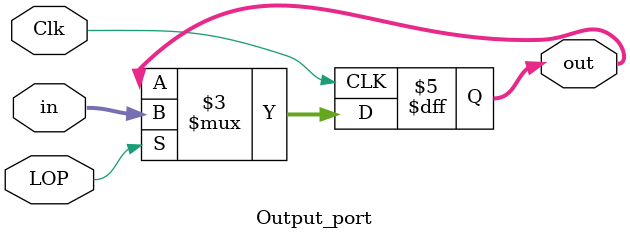
<source format=v>
`timescale 1ns / 1ps


module Output_port(in, out, LOP, Clk);

//Implemented as Latch
parameter Data_width = 16;

input [Data_width-1:0]in;
input LOP,Clk;
output [Data_width-1:0]out;
reg [Data_width-1:0]out;

always @ (posedge Clk)
if (LOP)
	out = in;

endmodule

</source>
